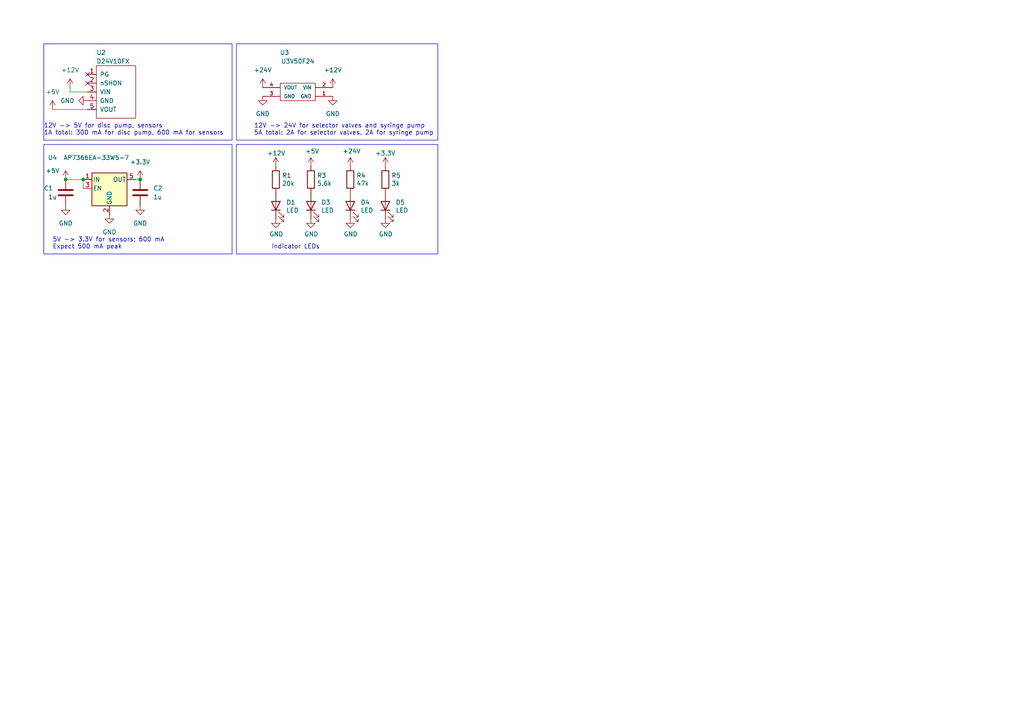
<source format=kicad_sch>
(kicad_sch (version 20230121) (generator eeschema)
  (paper "A4")
  (lib_symbols
    (symbol "Device:C" (pin_numbers hide) (pin_names (offset 0.254))
      (property "Reference" "C" (at 0.635 2.54 0))
      (property "Value" "C" (at 0.635 -2.54 0))
      (symbol "C_0_1"
        (polyline (pts (xy -2.032 -0.762) (xy 2.032 -0.762)) (stroke (width 0.508)))
        (polyline (pts (xy -2.032 0.762) (xy 2.032 0.762)) (stroke (width 0.508)))
      )
      (symbol "C_1_1"
        (pin passive line (at 0 3.81 270) (length 2.794) (name "~") (number "1"))
        (pin passive line (at 0 -3.81 90) (length 2.794) (name "~") (number "2"))
      )
    )
    (symbol "Device:LED" (pin_numbers hide) (pin_names (offset 1.016) hide)
      (property "Reference" "D" (at 0 2.54 0))
      (property "Value" "LED" (at 0 -2.54 0))
      (symbol "LED_0_1"
        (polyline (pts (xy -1.27 -1.27) (xy -1.27 1.27)) (stroke (width 0.254)))
        (polyline (pts (xy -1.27 0) (xy 1.27 0)))
        (polyline (pts (xy 1.27 -1.27) (xy 1.27 1.27) (xy -1.27 0) (xy 1.27 -1.27)) (stroke (width 0.254)))
        (polyline (pts (xy -3.048 -0.762) (xy -4.572 -2.286) (xy -3.81 -2.286) (xy -4.572 -2.286) (xy -4.572 -1.524)))
        (polyline (pts (xy -1.778 -0.762) (xy -3.302 -2.286) (xy -2.54 -2.286) (xy -3.302 -2.286) (xy -3.302 -1.524)))
      )
      (symbol "LED_1_1"
        (pin passive line (at -3.81 0 0) (length 2.54) (name "K") (number "1"))
        (pin passive line (at 3.81 0 180) (length 2.54) (name "A") (number "2"))
      )
    )
    (symbol "Device:R" (pin_numbers hide) (pin_names (offset 0))
      (property "Reference" "R" (at 2.032 0 90))
      (property "Value" "R" (at 0 0 90))
      (symbol "R_0_1"
        (rectangle (start -1.016 -2.54) (end 1.016 2.54) (stroke (width 0.254)))
      )
      (symbol "R_1_1"
        (pin passive line (at 0 3.81 270) (length 1.27) (name "~") (number "1"))
        (pin passive line (at 0 -3.81 90) (length 1.27) (name "~") (number "2"))
      )
    )
    (symbol "Regulator_Linear:TLV71209_SOT23-5" (pin_names (offset 0.254))
      (property "Reference" "U" (at -3.81 5.715 0))
      (property "Value" "TLV71209_SOT23-5" (at 0 5.715 0))
      (symbol "TLV71209_SOT23-5_0_1"
        (rectangle (start -5.08 4.445) (end 5.08 -5.08) (stroke (width 0.254)) (fill (type background)))
      )
      (symbol "TLV71209_SOT23-5_1_1"
        (pin power_in line (at -7.62 2.54 0) (length 2.54) (name "IN") (number "1"))
        (pin power_in line (at 0 -7.62 90) (length 2.54) (name "GND") (number "2"))
        (pin input line (at -7.62 0 0) (length 2.54) (name "EN") (number "3"))
        (pin no_connect line (at 5.08 0 180) (length 2.54) hide (name "NC") (number "4"))
        (pin power_out line (at 7.62 2.54 180) (length 2.54) (name "OUT") (number "5"))
      )
    )
    (symbol "pololu:D24V10FX" (pin_names (offset 1.016))
      (property "Reference" "U" (at -1.27 12.7 0))
      (property "Value" "D24V10FX" (at -1.27 10.16 0))
      (symbol "D24V10FX_0_1"
        (rectangle (start -6.35 7.62) (end 5.08 -7.62))
      )
      (symbol "D24V10FX_1_0"
        (pin output line (at -8.89 5.08 0) (length 2.54) (name "PG") (number "1"))
        (pin input line (at -8.89 2.54 0) (length 2.54) (name "nSHDN") (number "2"))
        (pin power_in line (at -8.89 0 0) (length 2.54) (name "VIN") (number "3"))
        (pin power_in line (at -8.89 -2.54 0) (length 2.54) (name "GND") (number "4"))
        (pin power_out line (at -8.89 -5.08 0) (length 2.54) (name "VOUT") (number "5"))
      )
    )
    (symbol "pololu:U3V50F24" (pin_names (offset 1.016))
      (property "Reference" "U" (at 0 5.08 0))
      (property "Value" "U3V50F24" (at 0 5.08 0))
      (symbol "U3V50F24_0_1"
        (rectangle (start 5.08 2.54) (end -5.08 -2.54))
      )
      (symbol "U3V50F24_1_1"
        (pin power_in line (at -10.16 1.27 0) (length 5.08) (name "GND") (number "1"))
        (pin power_in line (at -10.16 -1.27 0) (length 5.08) (name "VIN") (number "2"))
        (pin passive line (at 10.16 1.27 180) (length 5.08) (name "GND") (number "3"))
        (pin power_out line (at 10.16 -1.27 180) (length 5.08) (name "VOUT") (number "4"))
      )
    )
    (symbol "power:+12V" (power) (pin_names (offset 0))
      (property "Value" "+12V" (at 0 3.556 0))
      (symbol "+12V_0_1"
        (polyline (pts (xy -0.762 1.27) (xy 0 2.54)))
        (polyline (pts (xy 0 0) (xy 0 2.54)))
        (polyline (pts (xy 0 2.54) (xy 0.762 1.27)))
      )
      (symbol "+12V_1_1"
        (pin power_in line (at 0 0 90) (length 0) hide (name "+12V") (number "1"))
      )
    )
    (symbol "power:+24V" (power) (pin_names (offset 0))
      (property "Value" "+24V" (at 0 3.556 0))
      (symbol "+24V_0_1"
        (polyline (pts (xy -0.762 1.27) (xy 0 2.54)))
        (polyline (pts (xy 0 0) (xy 0 2.54)))
        (polyline (pts (xy 0 2.54) (xy 0.762 1.27)))
      )
      (symbol "+24V_1_1"
        (pin power_in line (at 0 0 90) (length 0) hide (name "+24V") (number "1"))
      )
    )
    (symbol "power:+3.3V" (power) (pin_names (offset 0))
      (property "Value" "+3.3V" (at 0 3.556 0))
      (symbol "+3.3V_0_1"
        (polyline (pts (xy -0.762 1.27) (xy 0 2.54)))
        (polyline (pts (xy 0 0) (xy 0 2.54)))
        (polyline (pts (xy 0 2.54) (xy 0.762 1.27)))
      )
      (symbol "+3.3V_1_1"
        (pin power_in line (at 0 0 90) (length 0) hide (name "+3.3V") (number "1"))
      )
    )
    (symbol "power:+5V" (power) (pin_names (offset 0))
      (property "Value" "+5V" (at 0 3.556 0))
      (symbol "+5V_0_1"
        (polyline (pts (xy -0.762 1.27) (xy 0 2.54)))
        (polyline (pts (xy 0 0) (xy 0 2.54)))
        (polyline (pts (xy 0 2.54) (xy 0.762 1.27)))
      )
      (symbol "+5V_1_1"
        (pin power_in line (at 0 0 90) (length 0) hide (name "+5V") (number "1"))
      )
    )
    (symbol "power:GND" (power) (pin_names (offset 0))
      (property "Value" "GND" (at 0 -3.81 0))
      (symbol "GND_0_1"
        (polyline (pts (xy 0 0) (xy 0 -1.27) (xy 1.27 -1.27) (xy 0 -2.54) (xy -1.27 -1.27) (xy 0 -1.27)))
      )
      (symbol "GND_1_1"
        (pin power_in line (at 0 0 270) (length 0) hide (name "GND") (number "1"))
      )
    )
  )
  (junction (at 19.05 52.07))
  (junction (at 40.64 52.07))
  (junction (at 24.13 52.07))
  (no_connect (at 25.4 24.13))
  (no_connect (at 25.4 21.59))
  (wire (pts (xy 39.37 52.07) (xy 40.64 52.07)))
  (wire (pts (xy 25.4 26.67) (xy 20.32 26.67)))
  (wire (pts (xy 20.32 26.67) (xy 20.32 25.4)))
  (wire (pts (xy 19.05 52.07) (xy 24.13 52.07)))
  (wire (pts (xy 15.24 31.75) (xy 25.4 31.75)))
  (wire (pts (xy 24.13 52.07) (xy 24.13 54.61)))
  (rectangle (start 68.58 41.91) (end 127 73.66))
  (rectangle (start 12.7 41.91) (end 67.31 73.66))
  (rectangle (start 68.58 12.7) (end 127 40.64))
  (rectangle (start 12.7 12.7) (end 67.31 40.64))
  (text "5V -> 3.3V for sensors; 600 mA\nExpect 500 mA peak" (at 15.24 72.39 0) (effects (font (size 1.27 1.27)) (justify left bottom)))
  (text "12V -> 24V for selector valves and syringe pump\n5A total: 2A for selector valves, 2A for syringe pump" (at 73.66 39.37 0) (effects (font (size 1.27 1.27)) (justify left bottom)))
  (text "12V -> 5V for disc pump, sensors\n1A total: 300 mA for disc pump, 600 mA for sensors" (at 12.7 39.37 0) (effects (font (size 1.27 1.27)) (justify left bottom)))
  (text "Indicator LEDs" (at 78.74 72.39 0) (effects (font (size 1.27 1.27)) (justify left bottom)))
  (symbol (lib_id "power:GND") (at 19.05 59.69 0) (unit 1)
    (property "Reference" "#PWR042" (effects hide))
    (property "Value" "GND" (at 19.05 64.77 0))
  )
  (symbol (lib_id "power:+5V") (at 15.24 31.75 0) (unit 1)
    (property "Reference" "#PWR035" (effects hide))
    (property "Value" "+5V" (at 15.24 26.67 0))
  )
  (symbol (lib_id "Device:R") (at 80.01 52.07 0) (unit 1)
    (property "Reference" "R1" (at 81.788 50.9016 0) (effects (justify left)))
    (property "Value" "20k" (at 81.788 53.213 0) (effects (justify left)))
    (property "Footprint" "Resistor_SMD:R_0603_1608Metric_Pad0.98x0.95mm_HandSolder" (effects hide))
    (property "Manufacturer_Part_Number" "RC0603FR-072KL" (effects hide))
    (instances (project "fluidics-v2" (path "" (reference "R1") (unit 1))) (project "fluidics - standalone" (path "" (reference "R35") (unit 1))))
  )
  (symbol (lib_id "Device:LED") (at 90.17 59.69 90) (unit 1)
    (property "Reference" "D3" (at 93.1672 58.6994 90) (effects (justify right)))
    (property "Value" "LED" (at 93.1672 61.0108 90) (effects (justify right)))
    (property "Footprint" "LED_SMD:LED_0805_2012Metric_Pad1.15x1.40mm_HandSolder" (effects hide))
    (property "LCSC Part #" "C73546" (effects hide))
    (property "Manufacturer_Part_Number" "LTST-C170TGKT" (effects hide))
    (instances (project "fluidics-v2" (path "" (reference "D3") (unit 1))) (project "fluidics - standalone" (path "" (reference "D6") (unit 1))))
  )
  (symbol (lib_id "power:+5V") (at 19.05 52.07 0) (unit 1)
    (property "Reference" "#PWR040" (effects hide))
    (property "Value" "+5V" (at 15.24 49.53 0))
  )
  (symbol (lib_id "power:GND") (at 80.01 63.5 0) (unit 1)
    (property "Reference" "#PWR046" (effects hide))
    (property "Value" "GND" (at 80.137 67.8942 0))
    (instances (project "fluidics-v2" (path "" (reference "#PWR046") (unit 1))) (project "fluidics - standalone" (path "" (reference "#PWR0136") (unit 1))))
  )
  (symbol (lib_id "Device:LED") (at 101.6 59.69 90) (unit 1)
    (property "Reference" "D4" (at 104.5972 58.6994 90) (effects (justify right)))
    (property "Value" "LED" (at 104.5972 61.0108 90) (effects (justify right)))
    (property "Footprint" "LED_SMD:LED_0805_2012Metric_Pad1.15x1.40mm_HandSolder" (effects hide))
    (property "LCSC Part #" "C73546" (effects hide))
    (property "Manufacturer_Part_Number" "LTST-C170TGKT" (effects hide))
    (instances (project "fluidics-v2" (path "" (reference "D4") (unit 1))) (project "fluidics - standalone" (path "" (reference "D7") (unit 1))))
  )
  (symbol (lib_id "power:GND") (at 31.75 62.23 0) (unit 1)
    (property "Reference" "#PWR041" (effects hide))
    (property "Value" "GND" (at 31.75 67.31 0))
  )
  (symbol (lib_id "Device:C") (at 40.64 55.88 0) (unit 1)
    (property "Reference" "C2" (at 44.45 54.61 0) (effects (justify left)))
    (property "Value" "1u" (at 44.45 57.15 0) (effects (justify left)))
    (property "Footprint" "Capacitor_SMD:C_0603_1608Metric" (effects hide))
  )
  (symbol (lib_id "power:+12V") (at 96.52 25.4 0) (unit 1)
    (property "Reference" "#PWR038" (effects hide))
    (property "Value" "+12V" (at 96.52 20.32 0))
  )
  (symbol (lib_id "power:GND") (at 40.64 59.69 0) (unit 1)
    (property "Reference" "#PWR044" (effects hide))
    (property "Value" "GND" (at 40.64 64.77 0))
  )
  (symbol (lib_id "Device:R") (at 90.17 52.07 0) (unit 1)
    (property "Reference" "R3" (at 91.948 50.9016 0) (effects (justify left)))
    (property "Value" "5.6k" (at 91.948 53.213 0) (effects (justify left)))
    (property "Footprint" "Resistor_SMD:R_0603_1608Metric_Pad0.98x0.95mm_HandSolder" (effects hide))
    (property "Manufacturer_Part_Number" "RT0603DRD07680RL" (effects hide))
    (instances (project "fluidics-v2" (path "" (reference "R3") (unit 1))) (project "fluidics - standalone" (path "" (reference "R37") (unit 1))))
  )
  (symbol (lib_id "Device:C") (at 19.05 55.88 0) (unit 1)
    (property "Reference" "C1" (at 12.7 54.61 0) (effects (justify left)))
    (property "Value" "1u" (at 13.97 57.15 0) (effects (justify left)))
    (property "Footprint" "Capacitor_SMD:C_0603_1608Metric" (effects hide))
  )
  (symbol (lib_id "power:+24V") (at 76.2 25.4 0) (mirror y) (unit 1)
    (property "Reference" "#PWR039" (effects hide))
    (property "Value" "+24V" (at 76.2 20.32 0))
  )
  (symbol (lib_id "power:+3.3V") (at 40.64 52.07 0) (unit 1)
    (property "Reference" "#PWR043" (effects hide))
    (property "Value" "+3.3V" (at 40.64 46.99 0))
  )
  (symbol (lib_id "pololu:D24V10FX") (at 34.29 26.67 0) (unit 1)
    (property "Reference" "U2" (at 27.94 15.24 0) (effects (justify left)))
    (property "Value" "D24V10FX" (at 27.94 17.78 0) (effects (justify left)))
    (property "Footprint" "pololu:D24V10FX" (effects hide))
  )
  (symbol (lib_id "power:+24V") (at 101.6 48.26 0) (unit 1)
    (property "Reference" "#PWR051" (effects hide))
    (property "Value" "+24V" (at 101.981 43.8658 0))
    (instances (project "fluidics-v2" (path "" (reference "#PWR051") (unit 1))) (project "fluidics - standalone" (path "" (reference "#PWR0143") (unit 1))))
  )
  (symbol (lib_id "power:GND") (at 25.4 29.21 270) (unit 1)
    (property "Reference" "#PWR034" (effects hide))
    (property "Value" "GND" (at 21.59 29.21 90) (effects (justify right)))
  )
  (symbol (lib_id "power:GND") (at 96.52 27.94 0) (unit 1)
    (property "Reference" "#PWR037" (effects hide))
    (property "Value" "GND" (at 96.52 33.02 0))
  )
  (symbol (lib_id "power:GND") (at 76.2 27.94 0) (unit 1)
    (property "Reference" "#PWR036" (effects hide))
    (property "Value" "GND" (at 76.2 33.02 0))
  )
  (symbol (lib_id "power:GND") (at 101.6 63.5 0) (unit 1)
    (property "Reference" "#PWR052" (effects hide))
    (property "Value" "GND" (at 101.727 67.8942 0))
    (instances (project "fluidics-v2" (path "" (reference "#PWR052") (unit 1))) (project "fluidics - standalone" (path "" (reference "#PWR0140") (unit 1))))
  )
  (symbol (lib_id "Device:R") (at 101.6 52.07 0) (unit 1)
    (property "Reference" "R4" (at 103.378 50.9016 0) (effects (justify left)))
    (property "Value" "47k" (at 103.378 53.213 0) (effects (justify left)))
    (property "Footprint" "Resistor_SMD:R_0603_1608Metric_Pad0.98x0.95mm_HandSolder" (effects hide))
    (property "Manufacturer_Part_Number" "RC0603FR-074K7L" (effects hide))
    (instances (project "fluidics-v2" (path "" (reference "R4") (unit 1))) (project "fluidics - standalone" (path "" (reference "R38") (unit 1))))
  )
  (symbol (lib_id "Device:LED") (at 80.01 59.69 90) (unit 1)
    (property "Reference" "D1" (at 83.0072 58.6994 90) (effects (justify right)))
    (property "Value" "LED" (at 83.0072 61.0108 90) (effects (justify right)))
    (property "Footprint" "LED_SMD:LED_0805_2012Metric_Pad1.15x1.40mm_HandSolder" (effects hide))
    (property "LCSC Part #" "C72035" (effects hide))
    (property "Manufacturer_Part_Number" "LTST-C170TBKT" (effects hide))
    (instances (project "fluidics-v2" (path "" (reference "D1") (unit 1))) (project "fluidics - standalone" (path "" (reference "D4") (unit 1))))
  )
  (symbol (lib_id "pololu:U3V50F24") (at 86.36 26.67 180) (unit 1)
    (property "Reference" "U3" (at 82.55 15.24 0))
    (property "Value" "U3V50F24" (at 86.36 17.78 0))
    (property "Footprint" "pololu:U3V50F24" (effects hide))
  )
  (symbol (lib_id "power:GND") (at 111.76 63.5 0) (unit 1)
    (property "Reference" "#PWR054" (effects hide))
    (property "Value" "GND" (at 111.887 67.8942 0))
    (instances (project "fluidics-v2" (path "" (reference "#PWR054") (unit 1))) (project "fluidics - standalone" (path "" (reference "#PWR0144") (unit 1))))
  )
  (symbol (lib_id "power:+12V") (at 80.01 48.26 0) (unit 1)
    (property "Reference" "#PWR045" (effects hide))
    (property "Value" "+12V" (at 77.47 44.45 0) (effects (justify left)))
    (instances (project "fluidics-v2" (path "" (reference "#PWR045") (unit 1))) (project "fluidics - standalone" (path "" (reference "#PWR0137") (unit 1))))
  )
  (symbol (lib_id "Regulator_Linear:TLV71209_SOT23-5") (at 31.75 54.61 0) (unit 1)
    (property "Reference" "U4" (at 15.24 45.72 0))
    (property "Value" "AP7366EA-33W5-7" (at 27.94 45.72 0))
    (property "Footprint" "Package_TO_SOT_SMD:SOT-23-5" (effects hide))
  )
  (symbol (lib_id "power:GND") (at 90.17 63.5 0) (unit 1)
    (property "Reference" "#PWR050" (effects hide))
    (property "Value" "GND" (at 90.297 67.8942 0))
    (instances (project "fluidics-v2" (path "" (reference "#PWR050") (unit 1))) (project "fluidics - standalone" (path "" (reference "#PWR0139") (unit 1))))
  )
  (symbol (lib_id "power:+12V") (at 20.32 25.4 0) (unit 1)
    (property "Reference" "#PWR033" (effects hide))
    (property "Value" "+12V" (at 20.32 20.32 0))
  )
  (symbol (lib_id "Device:LED") (at 111.76 59.69 90) (unit 1)
    (property "Reference" "D5" (at 114.7572 58.6994 90) (effects (justify right)))
    (property "Value" "LED" (at 114.7572 61.0108 90) (effects (justify right)))
    (property "Footprint" "LED_SMD:LED_0805_2012Metric_Pad1.15x1.40mm_HandSolder" (effects hide))
    (property "LCSC Part #" "C83960" (effects hide))
    (property "Manufacturer_Part_Number" "EAST2012WA1" (effects hide))
    (instances (project "fluidics-v2" (path "" (reference "D5") (unit 1))) (project "fluidics - standalone" (path "" (reference "D8") (unit 1))))
  )
  (symbol (lib_id "power:+5V") (at 90.17 48.26 0) (unit 1)
    (property "Reference" "#PWR049" (effects hide))
    (property "Value" "+5V" (at 90.551 43.8658 0))
    (instances (project "fluidics-v2" (path "" (reference "#PWR049") (unit 1))) (project "fluidics - standalone" (path "" (reference "#PWR0142") (unit 1))))
  )
  (symbol (lib_id "power:+3.3V") (at 111.76 48.26 0) (unit 1)
    (property "Reference" "#PWR053" (effects hide))
    (property "Value" "+3.3V" (at 111.76 44.45 0))
  )
  (symbol (lib_id "Device:R") (at 111.76 52.07 0) (unit 1)
    (property "Reference" "R5" (at 113.538 50.9016 0) (effects (justify left)))
    (property "Value" "3k" (at 113.538 53.213 0) (effects (justify left)))
    (property "Footprint" "Resistor_SMD:R_0603_1608Metric_Pad0.98x0.95mm_HandSolder" (effects hide))
    (property "Manufacturer_Part_Number" "RC0603FR-07270RL" (effects hide))
    (instances (project "fluidics-v2" (path "" (reference "R5") (unit 1))) (project "fluidics - standalone" (path "" (reference "R39") (unit 1))))
  )
)
</source>
